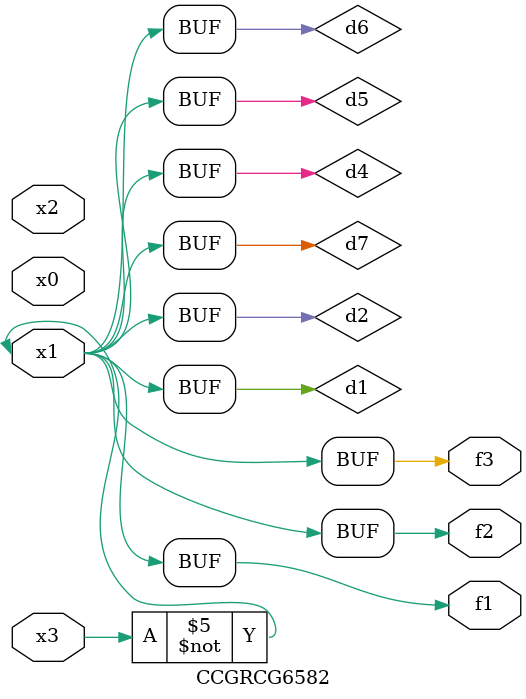
<source format=v>
module CCGRCG6582(
	input x0, x1, x2, x3,
	output f1, f2, f3
);

	wire d1, d2, d3, d4, d5, d6, d7;

	not (d1, x3);
	buf (d2, x1);
	xnor (d3, d1, d2);
	nor (d4, d1);
	buf (d5, d1, d2);
	buf (d6, d4, d5);
	nand (d7, d4);
	assign f1 = d6;
	assign f2 = d7;
	assign f3 = d6;
endmodule

</source>
